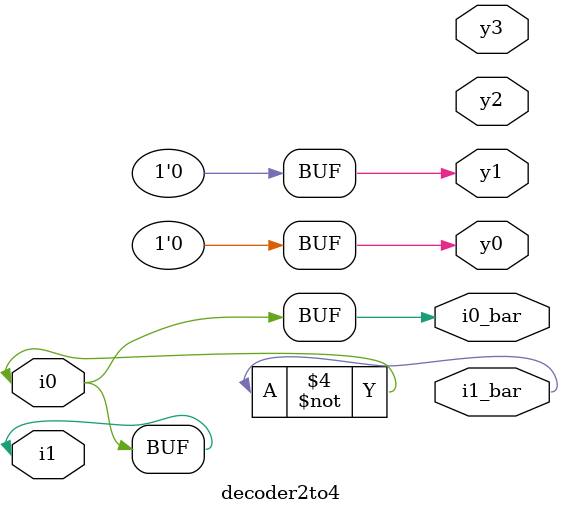
<source format=v>
`timescale 1ns / 1ps


module decoder2to4(i0, i1, i0_bar, i1_bar, y0, y1, y2, y3);
input i0, i1;
output y0, y1, y2, y3, i0_bar, i1_bar;
wire w0,w1,w2,w3;
    not (i0,i0_bar);
    not (i1,i1_bar);
    and (y0,i1_bar,i0_bar);
    and (y1,i1_bar,i0);
    and (i1,i0_bar);
    and (i1,i0);
endmodule

</source>
